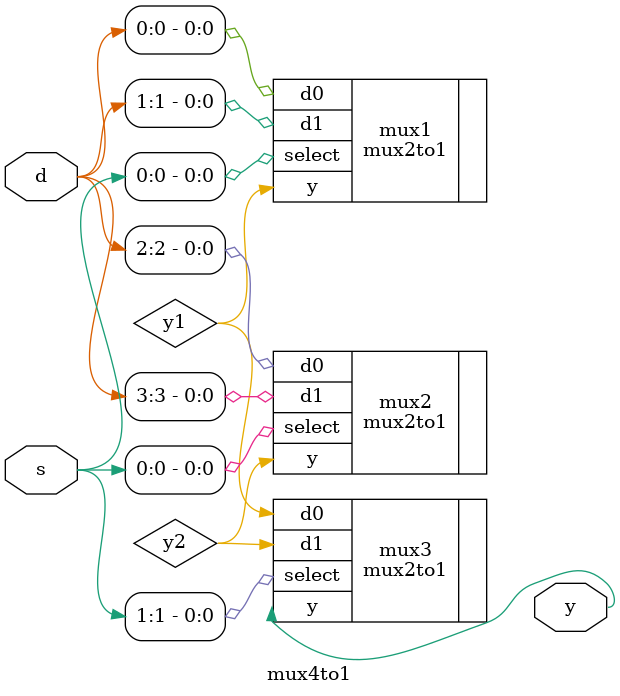
<source format=sv>
`timescale 1ns/10ps

module mux4to1 (d, s, y);
	input [3:0] d;  
   input [1:0] s;          
   output logic y;      
	
   logic y1, y2;
	
   mux2to1 mux1 (.d0(d[0]), .d1(d[1]), .select(s[0]), .y(y1)); 
   mux2to1 mux2 (.d0(d[2]), .d1(d[3]), .select(s[0]), .y(y2)); 
   mux2to1 mux3 (.d0(y1), .d1(y2), .select(s[1]), .y(y));

endmodule
</source>
